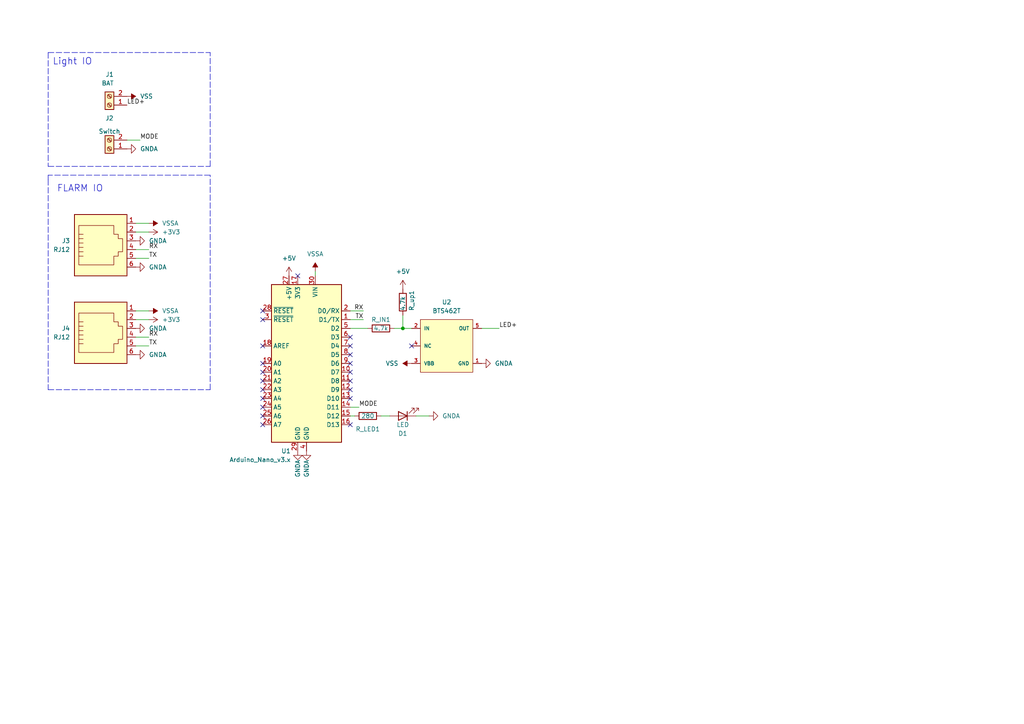
<source format=kicad_sch>
(kicad_sch (version 20211123) (generator eeschema)
  (paper "A4")
  (lib_symbols
    (symbol "BTS462:BTS462T" (pin_names (offset 1.016))
      (property "Reference" "U" (at 0 5.08 0))
      (property "Value" "BTS462T" (at 0 7.62 0))
      (symbol "BTS462T_1_1"
        (rectangle (start 5.08 2.54) (end 20.32 -12.7) (fill (type background)))
        (pin power_in line (at 22.86 -10.16 180) (length 2.54) (name "GND") (number "1"))
        (pin input line (at 2.54 0 0) (length 2.54) (name "IN") (number "2"))
        (pin power_in line (at 2.54 -10.16 0) (length 2.54) (name "VBB") (number "3"))
        (pin passive line (at 2.54 -5.08 0) (length 2.54) (name "NC") (number "4"))
        (pin power_in line (at 22.86 0 180) (length 2.54) (name "OUT") (number "5"))
      )
    )
    (symbol "Connector:RJ12" (pin_names (offset 1.016))
      (property "Reference" "J" (at -5.08 11.43 0))
      (property "Value" "RJ12" (at 2.54 11.43 0))
      (symbol "RJ12_0_1"
        (polyline (pts (xy -6.35 -1.905) (xy -5.08 -1.905) (xy -5.08 -1.905)))
        (polyline (pts (xy -6.35 -0.635) (xy -5.08 -0.635) (xy -5.08 -0.635)))
        (polyline (pts (xy -6.35 0.635) (xy -5.08 0.635) (xy -5.08 0.635)))
        (polyline (pts (xy -6.35 1.905) (xy -5.08 1.905) (xy -5.08 1.905)))
        (polyline (pts (xy -6.35 3.175) (xy -5.08 3.175) (xy -5.08 3.175)))
        (polyline (pts (xy -5.08 4.445) (xy -6.35 4.445) (xy -6.35 4.445)))
        (polyline (pts (xy -6.35 -4.445) (xy -6.35 6.985) (xy 3.81 6.985) (xy 3.81 4.445) (xy 5.08 4.445) (xy 5.08 3.175) (xy 6.35 3.175) (xy 6.35 -0.635) (xy 5.08 -0.635) (xy 5.08 -1.905) (xy 3.81 -1.905) (xy 3.81 -4.445) (xy -6.35 -4.445) (xy -6.35 -4.445)))
        (rectangle (start 7.62 10.16) (end -7.62 -7.62) (stroke (width 0.254)) (fill (type background)))
      )
      (symbol "RJ12_1_1"
        (pin passive line (at 10.16 -5.08 180) (length 2.54) (name "~") (number "1"))
        (pin passive line (at 10.16 -2.54 180) (length 2.54) (name "~") (number "2"))
        (pin passive line (at 10.16 0 180) (length 2.54) (name "~") (number "3"))
        (pin passive line (at 10.16 2.54 180) (length 2.54) (name "~") (number "4"))
        (pin passive line (at 10.16 5.08 180) (length 2.54) (name "~") (number "5"))
        (pin passive line (at 10.16 7.62 180) (length 2.54) (name "~") (number "6"))
      )
    )
    (symbol "Connector:Screw_Terminal_01x02" (pin_names (offset 1.016) hide)
      (property "Reference" "J" (at 0 2.54 0))
      (property "Value" "Screw_Terminal_01x02" (at 0 -5.08 0))
      (symbol "Screw_Terminal_01x02_1_1"
        (rectangle (start -1.27 1.27) (end 1.27 -3.81) (stroke (width 0.254)) (fill (type background)))
        (circle (center 0 -2.54) (radius 0.635) (stroke (width 0.1524)))
        (polyline (pts (xy -0.5334 -2.2098) (xy 0.3302 -3.048)) (stroke (width 0.1524)))
        (polyline (pts (xy -0.5334 0.3302) (xy 0.3302 -0.508)) (stroke (width 0.1524)))
        (polyline (pts (xy -0.3556 -2.032) (xy 0.508 -2.8702)) (stroke (width 0.1524)))
        (polyline (pts (xy -0.3556 0.508) (xy 0.508 -0.3302)) (stroke (width 0.1524)))
        (circle (center 0 0) (radius 0.635) (stroke (width 0.1524)))
        (pin passive line (at -5.08 0 0) (length 3.81) (name "Pin_1") (number "1"))
        (pin passive line (at -5.08 -2.54 0) (length 3.81) (name "Pin_2") (number "2"))
      )
    )
    (symbol "Device:LED" (pin_numbers hide) (pin_names (offset 1.016) hide)
      (property "Reference" "D" (at 0 2.54 0))
      (property "Value" "LED" (at 0 -2.54 0))
      (symbol "LED_0_1"
        (polyline (pts (xy -1.27 -1.27) (xy -1.27 1.27)) (stroke (width 0.254)))
        (polyline (pts (xy -1.27 0) (xy 1.27 0)))
        (polyline (pts (xy 1.27 -1.27) (xy 1.27 1.27) (xy -1.27 0) (xy 1.27 -1.27)) (stroke (width 0.254)))
        (polyline (pts (xy -3.048 -0.762) (xy -4.572 -2.286) (xy -3.81 -2.286) (xy -4.572 -2.286) (xy -4.572 -1.524)))
        (polyline (pts (xy -1.778 -0.762) (xy -3.302 -2.286) (xy -2.54 -2.286) (xy -3.302 -2.286) (xy -3.302 -1.524)))
      )
      (symbol "LED_1_1"
        (pin passive line (at -3.81 0 0) (length 2.54) (name "K") (number "1"))
        (pin passive line (at 3.81 0 180) (length 2.54) (name "A") (number "2"))
      )
    )
    (symbol "Device:R" (pin_numbers hide) (pin_names (offset 0))
      (property "Reference" "R" (at 2.032 0 90))
      (property "Value" "R" (at 0 0 90))
      (symbol "R_0_1"
        (rectangle (start -1.016 -2.54) (end 1.016 2.54) (stroke (width 0.254)))
      )
      (symbol "R_1_1"
        (pin passive line (at 0 3.81 270) (length 1.27) (name "~") (number "1"))
        (pin passive line (at 0 -3.81 90) (length 1.27) (name "~") (number "2"))
      )
    )
    (symbol "MCU_Module:Arduino_Nano_v3.x"
      (property "Reference" "A" (at -10.16 23.495 0))
      (property "Value" "Arduino_Nano_v3.x" (at 5.08 -24.13 0))
      (symbol "Arduino_Nano_v3.x_0_1"
        (rectangle (start -10.16 22.86) (end 10.16 -22.86) (stroke (width 0.254)) (fill (type background)))
      )
      (symbol "Arduino_Nano_v3.x_1_1"
        (pin bidirectional line (at -12.7 12.7 0) (length 2.54) (name "D1/TX") (number "1"))
        (pin bidirectional line (at -12.7 -2.54 0) (length 2.54) (name "D7") (number "10"))
        (pin bidirectional line (at -12.7 -5.08 0) (length 2.54) (name "D8") (number "11"))
        (pin bidirectional line (at -12.7 -7.62 0) (length 2.54) (name "D9") (number "12"))
        (pin bidirectional line (at -12.7 -10.16 0) (length 2.54) (name "D10") (number "13"))
        (pin bidirectional line (at -12.7 -12.7 0) (length 2.54) (name "D11") (number "14"))
        (pin bidirectional line (at -12.7 -15.24 0) (length 2.54) (name "D12") (number "15"))
        (pin bidirectional line (at -12.7 -17.78 0) (length 2.54) (name "D13") (number "16"))
        (pin power_out line (at 2.54 25.4 270) (length 2.54) (name "3V3") (number "17"))
        (pin input line (at 12.7 5.08 180) (length 2.54) (name "AREF") (number "18"))
        (pin bidirectional line (at 12.7 0 180) (length 2.54) (name "A0") (number "19"))
        (pin bidirectional line (at -12.7 15.24 0) (length 2.54) (name "D0/RX") (number "2"))
        (pin bidirectional line (at 12.7 -2.54 180) (length 2.54) (name "A1") (number "20"))
        (pin bidirectional line (at 12.7 -5.08 180) (length 2.54) (name "A2") (number "21"))
        (pin bidirectional line (at 12.7 -7.62 180) (length 2.54) (name "A3") (number "22"))
        (pin bidirectional line (at 12.7 -10.16 180) (length 2.54) (name "A4") (number "23"))
        (pin bidirectional line (at 12.7 -12.7 180) (length 2.54) (name "A5") (number "24"))
        (pin bidirectional line (at 12.7 -15.24 180) (length 2.54) (name "A6") (number "25"))
        (pin bidirectional line (at 12.7 -17.78 180) (length 2.54) (name "A7") (number "26"))
        (pin power_out line (at 5.08 25.4 270) (length 2.54) (name "+5V") (number "27"))
        (pin input line (at 12.7 15.24 180) (length 2.54) (name "~{RESET}") (number "28"))
        (pin power_in line (at 2.54 -25.4 90) (length 2.54) (name "GND") (number "29"))
        (pin input line (at 12.7 12.7 180) (length 2.54) (name "~{RESET}") (number "3"))
        (pin power_in line (at -2.54 25.4 270) (length 2.54) (name "VIN") (number "30"))
        (pin power_in line (at 0 -25.4 90) (length 2.54) (name "GND") (number "4"))
        (pin bidirectional line (at -12.7 10.16 0) (length 2.54) (name "D2") (number "5"))
        (pin bidirectional line (at -12.7 7.62 0) (length 2.54) (name "D3") (number "6"))
        (pin bidirectional line (at -12.7 5.08 0) (length 2.54) (name "D4") (number "7"))
        (pin bidirectional line (at -12.7 2.54 0) (length 2.54) (name "D5") (number "8"))
        (pin bidirectional line (at -12.7 0 0) (length 2.54) (name "D6") (number "9"))
      )
    )
    (symbol "power:+3V3" (power) (pin_names (offset 0))
      (property "Value" "+3V3" (at 0 3.556 0))
      (symbol "+3V3_0_1"
        (polyline (pts (xy -0.762 1.27) (xy 0 2.54)))
        (polyline (pts (xy 0 0) (xy 0 2.54)))
        (polyline (pts (xy 0 2.54) (xy 0.762 1.27)))
      )
      (symbol "+3V3_1_1"
        (pin power_in line (at 0 0 90) (length 0) hide (name "+3V3") (number "1"))
      )
    )
    (symbol "power:+5V" (power) (pin_names (offset 0))
      (property "Value" "+5V" (at 0 3.556 0))
      (symbol "+5V_0_1"
        (polyline (pts (xy -0.762 1.27) (xy 0 2.54)))
        (polyline (pts (xy 0 0) (xy 0 2.54)))
        (polyline (pts (xy 0 2.54) (xy 0.762 1.27)))
      )
      (symbol "+5V_1_1"
        (pin power_in line (at 0 0 90) (length 0) hide (name "+5V") (number "1"))
      )
    )
    (symbol "power:GNDA" (power) (pin_names (offset 0))
      (property "Value" "GNDA" (at 0 -3.81 0))
      (symbol "GNDA_0_1"
        (polyline (pts (xy 0 0) (xy 0 -1.27) (xy 1.27 -1.27) (xy 0 -2.54) (xy -1.27 -1.27) (xy 0 -1.27)))
      )
      (symbol "GNDA_1_1"
        (pin power_in line (at 0 0 270) (length 0) hide (name "GNDA") (number "1"))
      )
    )
    (symbol "power:VSS" (power) (pin_names (offset 0))
      (property "Value" "VSS" (at 0 3.81 0))
      (symbol "VSS_0_1"
        (polyline (pts (xy 0 0) (xy 0 2.54)))
        (polyline (pts (xy 0.762 1.27) (xy -0.762 1.27) (xy 0 2.54) (xy 0.762 1.27)) (fill (type outline)))
      )
      (symbol "VSS_1_1"
        (pin power_in line (at 0 0 90) (length 0) hide (name "VSS") (number "1"))
      )
    )
    (symbol "power:VSSA" (power) (pin_names (offset 0))
      (property "Value" "VSSA" (at 0 3.81 0))
      (symbol "VSSA_0_1"
        (polyline (pts (xy 0 0) (xy 0 2.54)))
        (polyline (pts (xy 0.762 1.27) (xy -0.762 1.27) (xy 0 2.54) (xy 0.762 1.27)) (fill (type outline)))
      )
      (symbol "VSSA_1_1"
        (pin power_in line (at 0 0 90) (length 0) hide (name "VSSA") (number "1"))
      )
    )
  )
  (junction (at 116.84 95.25))
  (no_connect (at 76.2 110.49))
  (no_connect (at 76.2 107.95))
  (no_connect (at 76.2 105.41))
  (no_connect (at 76.2 100.33))
  (no_connect (at 101.6 115.57))
  (no_connect (at 101.6 110.49))
  (no_connect (at 101.6 113.03))
  (no_connect (at 101.6 123.19))
  (no_connect (at 101.6 105.41))
  (no_connect (at 101.6 107.95))
  (no_connect (at 86.36 80.01))
  (no_connect (at 76.2 123.19))
  (no_connect (at 76.2 120.65))
  (no_connect (at 76.2 118.11))
  (no_connect (at 76.2 115.57))
  (no_connect (at 76.2 113.03))
  (no_connect (at 101.6 100.33))
  (no_connect (at 101.6 97.79))
  (no_connect (at 76.2 90.17))
  (no_connect (at 76.2 92.71))
  (no_connect (at 101.6 102.87))
  (no_connect (at 119.38 100.33))
  (wire (pts (xy 43.18 74.93) (xy 39.37 74.93)))
  (wire (pts (xy 114.3 95.25) (xy 116.84 95.25)))
  (polyline (pts (xy 13.97 50.8) (xy 13.97 52.07)))
  (wire (pts (xy 43.18 100.33) (xy 39.37 100.33)))
  (wire (pts (xy 36.83 40.64) (xy 40.64 40.64)))
  (wire (pts (xy 43.18 64.77) (xy 39.37 64.77)))
  (polyline (pts (xy 13.97 15.24) (xy 13.97 48.26)))
  (wire (pts (xy 101.6 95.25) (xy 106.68 95.25)))
  (wire (pts (xy 43.18 90.17) (xy 39.37 90.17)))
  (wire (pts (xy 43.18 67.31) (xy 39.37 67.31)))
  (polyline (pts (xy 13.97 48.26) (xy 60.96 48.26)))
  (wire (pts (xy 43.18 92.71) (xy 39.37 92.71)))
  (wire (pts (xy 116.84 91.44) (xy 116.84 95.25)))
  (polyline (pts (xy 13.97 15.24) (xy 60.96 15.24)))
  (wire (pts (xy 91.44 78.74) (xy 91.44 80.01)))
  (polyline (pts (xy 60.96 48.26) (xy 60.96 15.24)))
  (wire (pts (xy 43.18 97.79) (xy 39.37 97.79)))
  (wire (pts (xy 110.49 120.65) (xy 113.03 120.65)))
  (polyline (pts (xy 60.96 50.8) (xy 13.97 50.8)))
  (wire (pts (xy 105.41 92.71) (xy 101.6 92.71)))
  (wire (pts (xy 120.65 120.65) (xy 124.46 120.65)))
  (wire (pts (xy 43.18 72.39) (xy 39.37 72.39)))
  (wire (pts (xy 101.6 118.11) (xy 104.14 118.11)))
  (wire (pts (xy 101.6 120.65) (xy 102.87 120.65)))
  (wire (pts (xy 139.7 95.25) (xy 144.78 95.25)))
  (wire (pts (xy 105.41 90.17) (xy 101.6 90.17)))
  (polyline (pts (xy 60.96 113.03) (xy 60.96 50.8)))
  (polyline (pts (xy 13.97 113.03) (xy 60.96 113.03)))
  (wire (pts (xy 116.84 95.25) (xy 119.38 95.25)))
  (polyline (pts (xy 13.97 52.07) (xy 13.97 113.03)))
  (text "Light IO" (at 15.24 19.05 0) (effects (font (size 1.905 1.905)) (justify left bottom)))
  (text "FLARM IO" (at 16.51 55.88 0) (effects (font (size 1.905 1.905)) (justify left bottom)))
  (label "RX" (at 105.41 90.17 180))
  (label "LED+" (at 36.83 30.48 0))
  (label "TX" (at 105.41 92.71 180))
  (label "RX" (at 43.18 97.79 0))
  (label "TX" (at 43.18 100.33 0))
  (label "TX" (at 43.18 74.93 0))
  (label "MODE" (at 40.64 40.64 0))
  (label "LED+" (at 144.78 95.25 0))
  (label "MODE" (at 104.14 118.11 0))
  (label "RX" (at 43.18 72.39 0))
  (symbol (lib_id "power:GNDA") (at 86.36 130.81 0) (mirror y) (unit 1)
    (property "Reference" "#PWR0111" (effects hide))
    (property "Value" "GNDA" (at 86.36 135.89 90))
  )
  (symbol (lib_id "power:GNDA") (at 36.83 43.18 90) (unit 1)
    (property "Reference" "#PWR0115" (effects hide))
    (property "Value" "GNDA" (at 40.64 43.1799 90) (effects (justify right)))
  )
  (symbol (lib_id "power:+5V") (at 116.84 83.82 0) (unit 1)
    (property "Reference" "#PWR0107" (effects hide))
    (property "Value" "+5V" (at 116.84 78.74 0))
  )
  (symbol (lib_id "power:+3V3") (at 43.18 92.71 270) (unit 1)
    (property "Reference" "#PWR0110" (effects hide))
    (property "Value" "+3V3" (at 46.99 92.7099 90) (effects (justify left)))
  )
  (symbol (lib_id "Device:R") (at 106.68 120.65 90) (unit 1)
    (property "Reference" "R_LED1" (at 106.68 124.46 90))
    (property "Value" "280" (at 106.68 120.65 90))
    (property "Footprint" "Resistor_SMD:R_0805_2012Metric_Pad1.20x1.40mm_HandSolder" (effects hide))
  )
  (symbol (lib_id "Device:R") (at 116.84 87.63 0) (unit 1)
    (property "Reference" "R_up1" (at 119.38 90.17 90) (effects (justify left)))
    (property "Value" "4.7k" (at 116.84 90.17 90) (effects (justify left)))
    (property "Footprint" "Resistor_SMD:R_0805_2012Metric_Pad1.20x1.40mm_HandSolder" (effects hide))
  )
  (symbol (lib_id "power:+3V3") (at 43.18 67.31 270) (unit 1)
    (property "Reference" "#PWR0114" (effects hide))
    (property "Value" "+3V3" (at 46.99 67.3099 90) (effects (justify left)))
  )
  (symbol (lib_id "Connector:RJ12") (at 29.21 69.85 0) (mirror x) (unit 1)
    (property "Reference" "J3" (at 20.32 69.8499 0) (effects (justify right)))
    (property "Value" "RJ12" (at 20.32 72.3899 0) (effects (justify right)))
    (property "Footprint" "Connector_RJ:RJ12_Amphenol_54601" (effects hide))
  )
  (symbol (lib_id "power:GNDA") (at 39.37 69.85 90) (mirror x) (unit 1)
    (property "Reference" "#PWR0104" (effects hide))
    (property "Value" "GNDA" (at 43.18 69.8501 90) (effects (justify right)))
  )
  (symbol (lib_id "power:VSS") (at 36.83 27.94 270) (unit 1)
    (property "Reference" "#PWR02" (effects hide))
    (property "Value" "VSS" (at 40.64 27.9399 90) (effects (justify left)))
  )
  (symbol (lib_id "Connector:RJ12") (at 29.21 95.25 0) (mirror x) (unit 1)
    (property "Reference" "J4" (at 20.32 95.2499 0) (effects (justify right)))
    (property "Value" "RJ12" (at 20.32 97.7899 0) (effects (justify right)))
    (property "Footprint" "Connector_RJ:RJ12_Amphenol_54601" (effects hide))
  )
  (symbol (lib_id "power:GNDA") (at 39.37 102.87 90) (mirror x) (unit 1)
    (property "Reference" "#PWR0101" (effects hide))
    (property "Value" "GNDA" (at 43.18 102.8701 90) (effects (justify right)))
  )
  (symbol (lib_id "power:GNDA") (at 39.37 77.47 90) (mirror x) (unit 1)
    (property "Reference" "#PWR0103" (effects hide))
    (property "Value" "GNDA" (at 43.18 77.4701 90) (effects (justify right)))
  )
  (symbol (lib_id "Connector:Screw_Terminal_01x02") (at 31.75 30.48 180) (unit 1)
    (property "Reference" "J1" (at 33.02 21.59 0) (effects (justify left)))
    (property "Value" "BAT" (at 33.02 24.13 0) (effects (justify left)))
    (property "Footprint" "TerminalBlock:TerminalBlock_bornier-2_P5.08mm" (effects hide))
  )
  (symbol (lib_id "power:VSSA") (at 43.18 90.17 270) (unit 1)
    (property "Reference" "#PWR0109" (effects hide))
    (property "Value" "VSSA" (at 46.99 90.1699 90) (effects (justify left)))
  )
  (symbol (lib_id "power:GNDA") (at 139.7 105.41 90) (unit 1)
    (property "Reference" "#PWR0116" (effects hide))
    (property "Value" "GNDA" (at 143.51 105.4099 90) (effects (justify right)))
  )
  (symbol (lib_id "BTS462:BTS462T") (at 116.84 95.25 0) (unit 1)
    (property "Reference" "U2" (at 129.54 87.63 0))
    (property "Value" "BTS462T" (at 129.54 90.17 0))
    (property "Footprint" "Package_TO_SOT_SMD:TO-252-4" (effects hide))
    (property "Datasheet" "http://www.infineon.com/dgdl/BTS462T.pdf?folderId=db3a304314dca389011537739e37155f&fileId=db3a30431b3e89eb011b7ebc0f3e1559&location=en.Products.Automotive_ICs.Smart_High-_and_Low-Side_Switches.PROFET__-_Smart_High_Side_Switches.DATASHEET.BTS462T.pdf" (effects hide))
    (property "Channels" "1" (effects hide))
    (property "Component Link 1 Description" "Manufacturer URL" (effects hide))
    (property "Component Link 1 URL" "http://www.infineon.com/" (effects hide))
    (property "Component Link 3 Description" "Package Specification" (effects hide))
    (property "Component Link 3 URL" "http://www.infineon.com/dgdl/TLE7276-Data+Sheet-+v1_11.pdf?folderId=db3a304412b407950112b408e8c90004&fileId=db3a304412b407950112b436c53f66c8&sId=db3a30433db6f09f013dc0e43c0428c1" (effects hide))
    (property "Datasheet Version" "Rev. 1.1" (effects hide))
    (property "Green" "true" (effects hide))
    (property "Group" "Automotive Qualified" (effects hide))
    (property "Halogen free" "true" (effects hide))
    (property "Load Current typ" "4.4 A" (effects hide))
    (property "Mounting Technology" "Surface Mount" (effects hide))
    (property "Package Description" "5-Pin Plastic (Green) Transistor Single Outline Package, 6.5 x 6.12 mm Body, 1.14 mm Pitch" (effects hide))
    (property "Package Version" "Nov-10" (effects hide))
    (property "Packing" "Reel" (effects hide))
    (property "Ptot max" "41.6 W" (effects hide))
    (property "RON  25degreesC" "100 mOhm" (effects hide))
    (property "RONmax  150degreesC" "200 mOhm" (effects hide))
    (property "Recommended Operating Voltage Max" "34 V" (effects hide))
    (property "Recommended Operating Voltage Min" "5 V" (effects hide))
    (property "category" "IC" (effects hide))
    (property "ciiva ids" "7631764" (effects hide))
    (property "library id" "eb9f926069472695" (effects hide))
    (property "manufacturer" "Infineon" (effects hide))
    (property "package" "PG-TO252-5-11" (effects hide))
    (property "release date" "1409236507" (effects hide))
    (property "vault revision" "B628583A-0698-4EA8-BEB2-848EFAC8A263" (effects hide))
    (property "imported" "yes" (effects hide))
    (property "toff max" "230 us" (effects hide))
    (property "ton max" "170 us" (effects hide))
  )
  (symbol (lib_id "power:+5V") (at 83.82 80.01 0) (unit 1)
    (property "Reference" "#PWR0112" (effects hide))
    (property "Value" "+5V" (at 83.82 74.93 0))
  )
  (symbol (lib_id "power:VSSA") (at 43.18 64.77 270) (unit 1)
    (property "Reference" "#PWR0113" (effects hide))
    (property "Value" "VSSA" (at 46.99 64.7699 90) (effects (justify left)))
  )
  (symbol (lib_id "power:VSS") (at 119.38 105.41 90) (unit 1)
    (property "Reference" "#PWR0105" (effects hide))
    (property "Value" "VSS" (at 115.57 105.4099 90) (effects (justify left)))
  )
  (symbol (lib_id "Connector:Screw_Terminal_01x02") (at 31.75 43.18 180) (unit 1)
    (property "Reference" "J2" (at 31.75 34.29 0))
    (property "Value" "Switch" (at 31.75 38.1 0))
    (property "Footprint" "TerminalBlock_TE-Connectivity:TerminalBlock_TE_282834-2_1x02_P2.54mm_Horizontal" (effects hide))
  )
  (symbol (lib_id "power:VSSA") (at 91.44 78.74 0) (mirror y) (unit 1)
    (property "Reference" "#PWR09" (effects hide))
    (property "Value" "VSSA" (at 91.44 73.66 0))
  )
  (symbol (lib_id "power:GNDA") (at 88.9 130.81 0) (mirror y) (unit 1)
    (property "Reference" "#PWR0106" (effects hide))
    (property "Value" "GNDA" (at 88.9 135.89 90))
  )
  (symbol (lib_id "power:GNDA") (at 39.37 95.25 90) (mirror x) (unit 1)
    (property "Reference" "#PWR0102" (effects hide))
    (property "Value" "GNDA" (at 43.18 95.2501 90) (effects (justify right)))
  )
  (symbol (lib_id "power:GNDA") (at 124.46 120.65 90) (unit 1)
    (property "Reference" "#PWR0108" (effects hide))
    (property "Value" "GNDA" (at 128.27 120.6499 90) (effects (justify right)))
  )
  (symbol (lib_id "Device:LED") (at 116.84 120.65 180) (unit 1)
    (property "Reference" "D1" (at 116.84 125.73 0))
    (property "Value" "LED" (at 116.84 123.19 0))
    (property "Footprint" "LED_THT:LED_D3.0mm" (effects hide))
  )
  (symbol (lib_id "Device:R") (at 110.49 95.25 90) (unit 1)
    (property "Reference" "R_IN1" (at 110.49 92.71 90))
    (property "Value" "4.7k" (at 110.49 95.25 90))
    (property "Footprint" "Resistor_SMD:R_0805_2012Metric_Pad1.20x1.40mm_HandSolder" (effects hide))
  )
  (symbol (lib_id "MCU_Module:Arduino_Nano_v3.x") (at 88.9 105.41 0) (mirror y) (unit 1)
    (property "Reference" "U1" (at 84.3406 130.81 0) (effects (justify left)))
    (property "Value" "Arduino_Nano_v3.x" (at 84.3406 133.35 0) (effects (justify left)))
    (property "Footprint" "Module:Arduino_Nano" (effects hide))
    (property "Datasheet" "http://www.mouser.com/pdfdocs/Gravitech_Arduino_Nano3_0.pdf" (effects hide))
  )
)
</source>
